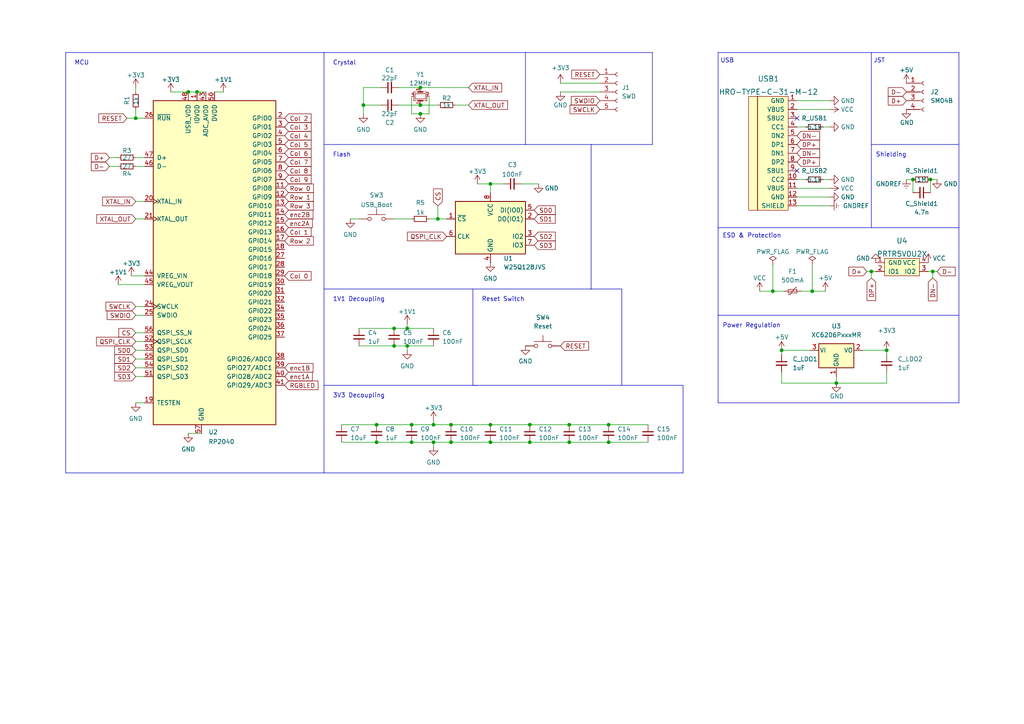
<source format=kicad_sch>
(kicad_sch (version 20230121) (generator eeschema)
  (paper "A4")
  (lib_symbols
    (symbol "Connector:Conn_01x04_Female" (pin_names (offset 1.016) hide)
      (property "Reference" "J" (at 0 5.08 0))
      (property "Value" "Conn_01x04_Female" (at 0 -7.62 0))
      (symbol "Conn_01x04_Female_1_1"
        (arc (start 0 -4.572) (mid -0.5058 -5.08) (end 0 -5.588) (stroke (width 0.1524)))
        (arc (start 0 -2.032) (mid -0.5058 -2.54) (end 0 -3.048) (stroke (width 0.1524)))
        (polyline (pts (xy -1.27 -5.08) (xy -0.508 -5.08)) (stroke (width 0.1524)))
        (polyline (pts (xy -1.27 -2.54) (xy -0.508 -2.54)) (stroke (width 0.1524)))
        (polyline (pts (xy -1.27 0) (xy -0.508 0)) (stroke (width 0.1524)))
        (polyline (pts (xy -1.27 2.54) (xy -0.508 2.54)) (stroke (width 0.1524)))
        (arc (start 0 0.508) (mid -0.5058 0) (end 0 -0.508) (stroke (width 0.1524)))
        (arc (start 0 3.048) (mid -0.5058 2.54) (end 0 2.032) (stroke (width 0.1524)))
        (pin passive line (at -5.08 2.54 0) (length 3.81) (name "Pin_1") (number "1"))
        (pin passive line (at -5.08 0 0) (length 3.81) (name "Pin_2") (number "2"))
        (pin passive line (at -5.08 -2.54 0) (length 3.81) (name "Pin_3") (number "3"))
        (pin passive line (at -5.08 -5.08 0) (length 3.81) (name "Pin_4") (number "4"))
      )
    )
    (symbol "Connector:Conn_01x05_Female" (pin_names (offset 1.016) hide)
      (property "Reference" "J" (at 0 7.62 0))
      (property "Value" "Conn_01x05_Female" (at 0 -7.62 0))
      (symbol "Conn_01x05_Female_1_1"
        (arc (start 0 -4.572) (mid -0.5058 -5.08) (end 0 -5.588) (stroke (width 0.1524)))
        (arc (start 0 -2.032) (mid -0.5058 -2.54) (end 0 -3.048) (stroke (width 0.1524)))
        (polyline (pts (xy -1.27 -5.08) (xy -0.508 -5.08)) (stroke (width 0.1524)))
        (polyline (pts (xy -1.27 -2.54) (xy -0.508 -2.54)) (stroke (width 0.1524)))
        (polyline (pts (xy -1.27 0) (xy -0.508 0)) (stroke (width 0.1524)))
        (polyline (pts (xy -1.27 2.54) (xy -0.508 2.54)) (stroke (width 0.1524)))
        (polyline (pts (xy -1.27 5.08) (xy -0.508 5.08)) (stroke (width 0.1524)))
        (arc (start 0 0.508) (mid -0.5058 0) (end 0 -0.508) (stroke (width 0.1524)))
        (arc (start 0 3.048) (mid -0.5058 2.54) (end 0 2.032) (stroke (width 0.1524)))
        (arc (start 0 5.588) (mid -0.5058 5.08) (end 0 4.572) (stroke (width 0.1524)))
        (pin passive line (at -5.08 5.08 0) (length 3.81) (name "Pin_1") (number "1"))
        (pin passive line (at -5.08 2.54 0) (length 3.81) (name "Pin_2") (number "2"))
        (pin passive line (at -5.08 0 0) (length 3.81) (name "Pin_3") (number "3"))
        (pin passive line (at -5.08 -2.54 0) (length 3.81) (name "Pin_4") (number "4"))
        (pin passive line (at -5.08 -5.08 0) (length 3.81) (name "Pin_5") (number "5"))
      )
    )
    (symbol "Device:C_Small" (pin_numbers hide) (pin_names (offset 0.254) hide)
      (property "Reference" "C" (at 0.254 1.778 0))
      (property "Value" "C_Small" (at 0.254 -2.032 0))
      (symbol "C_Small_0_1"
        (polyline (pts (xy -1.524 -0.508) (xy 1.524 -0.508)) (stroke (width 0.3302)))
        (polyline (pts (xy -1.524 0.508) (xy 1.524 0.508)) (stroke (width 0.3048)))
      )
      (symbol "C_Small_1_1"
        (pin passive line (at 0 2.54 270) (length 2.032) (name "~") (number "1"))
        (pin passive line (at 0 -2.54 90) (length 2.032) (name "~") (number "2"))
      )
    )
    (symbol "Device:Crystal_GND24_Small" (pin_names (offset 1.016) hide)
      (property "Reference" "Y" (at 1.27 4.445 0))
      (property "Value" "Crystal_GND24_Small" (at 1.27 2.54 0))
      (symbol "Crystal_GND24_Small_0_1"
        (rectangle (start -0.762 -1.524) (end 0.762 1.524))
        (polyline (pts (xy -1.27 -0.762) (xy -1.27 0.762)) (stroke (width 0.381)))
        (polyline (pts (xy 1.27 -0.762) (xy 1.27 0.762)) (stroke (width 0.381)))
        (polyline (pts (xy -1.27 -1.27) (xy -1.27 -1.905) (xy 1.27 -1.905) (xy 1.27 -1.27)))
        (polyline (pts (xy -1.27 1.27) (xy -1.27 1.905) (xy 1.27 1.905) (xy 1.27 1.27)))
      )
      (symbol "Crystal_GND24_Small_1_1"
        (pin passive line (at -2.54 0 0) (length 1.27) (name "1") (number "1"))
        (pin passive line (at 0 -2.54 90) (length 0.635) (name "2") (number "2"))
        (pin passive line (at 2.54 0 180) (length 1.27) (name "3") (number "3"))
        (pin passive line (at 0 2.54 270) (length 0.635) (name "4") (number "4"))
      )
    )
    (symbol "Device:Polyfuse_Small" (pin_numbers hide) (pin_names (offset 0))
      (property "Reference" "F" (at -1.905 0 90))
      (property "Value" "Polyfuse_Small" (at 1.905 0 90))
      (symbol "Polyfuse_Small_0_1"
        (rectangle (start -0.508 1.27) (end 0.508 -1.27))
        (polyline (pts (xy 0 2.54) (xy 0 -2.54)))
        (polyline (pts (xy -1.016 1.27) (xy -1.016 0.762) (xy 1.016 -0.762) (xy 1.016 -1.27)))
      )
      (symbol "Polyfuse_Small_1_1"
        (pin passive line (at 0 2.54 270) (length 0.635) (name "~") (number "1"))
        (pin passive line (at 0 -2.54 90) (length 0.635) (name "~") (number "2"))
      )
    )
    (symbol "Device:R_Small" (pin_numbers hide) (pin_names (offset 0.254) hide)
      (property "Reference" "R" (at 0.762 0.508 0))
      (property "Value" "R_Small" (at 0.762 -1.016 0))
      (symbol "R_Small_0_1"
        (rectangle (start -0.762 1.778) (end 0.762 -1.778) (stroke (width 0.2032)))
      )
      (symbol "R_Small_1_1"
        (pin passive line (at 0 2.54 270) (length 0.762) (name "~") (number "1"))
        (pin passive line (at 0 -2.54 90) (length 0.762) (name "~") (number "2"))
      )
    )
    (symbol "Memory_Flash:W25Q128JVS"
      (property "Reference" "U" (at -8.89 8.89 0))
      (property "Value" "W25Q128JVS" (at 7.62 8.89 0))
      (symbol "W25Q128JVS_0_1"
        (rectangle (start -10.16 7.62) (end 10.16 -7.62) (stroke (width 0.254)) (fill (type background)))
      )
      (symbol "W25Q128JVS_1_1"
        (pin input line (at -12.7 2.54 0) (length 2.54) (name "~{CS}") (number "1"))
        (pin bidirectional line (at 12.7 2.54 180) (length 2.54) (name "DO(IO1)") (number "2"))
        (pin bidirectional line (at 12.7 -2.54 180) (length 2.54) (name "IO2") (number "3"))
        (pin power_in line (at 0 -10.16 90) (length 2.54) (name "GND") (number "4"))
        (pin bidirectional line (at 12.7 5.08 180) (length 2.54) (name "DI(IO0)") (number "5"))
        (pin input line (at -12.7 -2.54 0) (length 2.54) (name "CLK") (number "6"))
        (pin bidirectional line (at 12.7 -5.08 180) (length 2.54) (name "IO3") (number "7"))
        (pin power_in line (at 0 10.16 270) (length 2.54) (name "VCC") (number "8"))
      )
    )
    (symbol "Regulator_Linear:XC6206PxxxMR" (pin_names (offset 0.254))
      (property "Reference" "U" (at -3.81 3.175 0))
      (property "Value" "XC6206PxxxMR" (at 0 3.175 0))
      (symbol "XC6206PxxxMR_0_1"
        (rectangle (start -5.08 1.905) (end 5.08 -5.08) (stroke (width 0.254)) (fill (type background)))
      )
      (symbol "XC6206PxxxMR_1_1"
        (pin power_in line (at 0 -7.62 90) (length 2.54) (name "GND") (number "1"))
        (pin power_out line (at 7.62 0 180) (length 2.54) (name "VO") (number "2"))
        (pin power_in line (at -7.62 0 0) (length 2.54) (name "VI") (number "3"))
      )
    )
    (symbol "Switch:SW_Push" (pin_numbers hide) (pin_names (offset 1.016) hide)
      (property "Reference" "SW" (at 1.27 2.54 0))
      (property "Value" "SW_Push" (at 0 -1.524 0))
      (symbol "SW_Push_0_1"
        (circle (center -2.032 0) (radius 0.508))
        (polyline (pts (xy 0 1.27) (xy 0 3.048)))
        (polyline (pts (xy 2.54 1.27) (xy -2.54 1.27)))
        (circle (center 2.032 0) (radius 0.508))
        (pin passive line (at -5.08 0 0) (length 2.54) (name "1") (number "1"))
        (pin passive line (at 5.08 0 180) (length 2.54) (name "2") (number "2"))
      )
    )
    (symbol "cipulot_parts:HRO-TYPE-C-31-M-12" (pin_names (offset 1.016))
      (property "Reference" "USB" (at -5.08 16.51 0))
      (property "Value" "HRO-TYPE-C-31-M-12" (at -10.16 -1.27 90))
      (symbol "HRO-TYPE-C-31-M-12_0_1"
        (rectangle (start -11.43 15.24) (end -8.89 -17.78) (fill (type background)))
        (rectangle (start 0 -17.78) (end -8.89 15.24) (fill (type background)))
      )
      (symbol "HRO-TYPE-C-31-M-12_1_1"
        (pin input line (at 2.54 13.97 180) (length 2.54) (name "GND") (number "1"))
        (pin input line (at 2.54 -8.89 180) (length 2.54) (name "CC2") (number "10"))
        (pin input line (at 2.54 -11.43 180) (length 2.54) (name "VBUS") (number "11"))
        (pin input line (at 2.54 -13.97 180) (length 2.54) (name "GND") (number "12"))
        (pin input line (at 2.54 -16.51 180) (length 2.54) (name "SHIELD") (number "13"))
        (pin input line (at 2.54 11.43 180) (length 2.54) (name "VBUS") (number "2"))
        (pin input line (at 2.54 8.89 180) (length 2.54) (name "SBU2") (number "3"))
        (pin input line (at 2.54 6.35 180) (length 2.54) (name "CC1") (number "4"))
        (pin input line (at 2.54 3.81 180) (length 2.54) (name "DN2") (number "5"))
        (pin input line (at 2.54 1.27 180) (length 2.54) (name "DP1") (number "6"))
        (pin input line (at 2.54 -1.27 180) (length 2.54) (name "DN1") (number "7"))
        (pin input line (at 2.54 -3.81 180) (length 2.54) (name "DP2") (number "8"))
        (pin input line (at 2.54 -6.35 180) (length 2.54) (name "SBU1") (number "9"))
      )
    )
    (symbol "cipulot_parts:PRTR5V0U2X" (pin_names (offset 1.016))
      (property "Reference" "U" (at 0 3.81 0))
      (property "Value" "PRTR5V0U2X" (at 0 -3.81 0))
      (symbol "PRTR5V0U2X_0_1"
        (rectangle (start -5.08 2.54) (end 5.08 -2.54) (fill (type background)))
      )
      (symbol "PRTR5V0U2X_1_1"
        (pin input line (at -7.62 1.27 0) (length 2.54) (name "GND") (number "1"))
        (pin input line (at -7.62 -1.27 0) (length 2.54) (name "IO1") (number "2"))
        (pin input line (at 7.62 -1.27 180) (length 2.54) (name "IO2") (number "3"))
        (pin input line (at 7.62 1.27 180) (length 2.54) (name "VCC") (number "4"))
      )
    )
    (symbol "cipulot_parts_kicad:RP2040" (pin_names (offset 1.016))
      (property "Reference" "U" (at 8.89 51.435 0))
      (property "Value" "RP2040" (at 8.89 48.895 0))
      (symbol "RP2040_0_0"
        (rectangle (start -17.78 -45.72) (end 17.78 48.26) (stroke (width 0.254)) (fill (type background)))
      )
      (symbol "RP2040_1_1"
        (pin power_in line (at -5.08 50.8 270) (length 2.54) (name "IOVDD") (number "1"))
        (pin power_in line (at -5.08 50.8 270) (length 2.54) hide (name "IOVDD") (number "10"))
        (pin input line (at 20.32 22.86 180) (length 2.54) (name "GPIO8") (number "11"))
        (pin input line (at 20.32 20.32 180) (length 2.54) (name "GPIO9") (number "12"))
        (pin input line (at 20.32 17.78 180) (length 2.54) (name "GPIO10") (number "13"))
        (pin input line (at 20.32 15.24 180) (length 2.54) (name "GPIO11") (number "14"))
        (pin input line (at 20.32 12.7 180) (length 2.54) (name "GPIO12") (number "15"))
        (pin input line (at 20.32 10.16 180) (length 2.54) (name "GPIO13") (number "16"))
        (pin input line (at 20.32 7.62 180) (length 2.54) (name "GPIO14") (number "17"))
        (pin input line (at 20.32 5.08 180) (length 2.54) (name "GPIO15") (number "18"))
        (pin input line (at -20.32 -39.37 0) (length 2.54) (name "TESTEN") (number "19"))
        (pin input line (at 20.32 43.18 180) (length 2.54) (name "GPIO0") (number "2"))
        (pin input clock (at -20.32 19.05 0) (length 2.54) (name "XTAL_IN") (number "20"))
        (pin input clock (at -20.32 13.97 0) (length 2.54) (name "XTAL_OUT") (number "21"))
        (pin power_in line (at -5.08 50.8 270) (length 2.54) hide (name "IOVDD") (number "22"))
        (pin power_in line (at 0 50.8 270) (length 2.54) hide (name "DVDD") (number "23"))
        (pin input clock (at -20.32 -11.43 0) (length 2.54) (name "SWCLK") (number "24"))
        (pin bidirectional line (at -20.32 -13.97 0) (length 2.54) (name "SWDIO") (number "25"))
        (pin input line (at -20.32 43.18 0) (length 2.54) (name "~{RUN}") (number "26"))
        (pin input line (at 20.32 2.54 180) (length 2.54) (name "GPIO16") (number "27"))
        (pin input line (at 20.32 0 180) (length 2.54) (name "GPIO17") (number "28"))
        (pin input line (at 20.32 -2.54 180) (length 2.54) (name "GPIO18") (number "29"))
        (pin input line (at 20.32 40.64 180) (length 2.54) (name "GPIO1") (number "3"))
        (pin input line (at 20.32 -5.08 180) (length 2.54) (name "GPIO19") (number "30"))
        (pin input line (at 20.32 -7.62 180) (length 2.54) (name "GPIO20") (number "31"))
        (pin input line (at 20.32 -10.16 180) (length 2.54) (name "GPIO21") (number "32"))
        (pin power_in line (at -5.08 50.8 270) (length 2.54) hide (name "IOVDD") (number "33"))
        (pin input line (at 20.32 -12.7 180) (length 2.54) (name "GPIO22") (number "34"))
        (pin input line (at 20.32 -15.24 180) (length 2.54) (name "GPIO23") (number "35"))
        (pin input line (at 20.32 -17.78 180) (length 2.54) (name "GPIO24") (number "36"))
        (pin input line (at 20.32 -20.32 180) (length 2.54) (name "GPIO25") (number "37"))
        (pin input line (at 20.32 -26.67 180) (length 2.54) (name "GPIO26/ADC0") (number "38"))
        (pin input line (at 20.32 -29.21 180) (length 2.54) (name "GPIO27/ADC1") (number "39"))
        (pin input line (at 20.32 38.1 180) (length 2.54) (name "GPIO2") (number "4"))
        (pin input line (at 20.32 -31.75 180) (length 2.54) (name "GPIO28/ADC2") (number "40"))
        (pin input line (at 20.32 -34.29 180) (length 2.54) (name "GPIO29/ADC3") (number "41"))
        (pin power_in line (at -5.08 50.8 270) (length 2.54) hide (name "IOVDD") (number "42"))
        (pin power_in line (at -2.54 50.8 270) (length 2.54) (name "ADC_AVDD") (number "43"))
        (pin power_in line (at -20.32 -2.54 0) (length 2.54) (name "VREG_VIN") (number "44"))
        (pin power_out line (at -20.32 -5.08 0) (length 2.54) (name "VREG_VOUT") (number "45"))
        (pin bidirectional line (at -20.32 29.21 0) (length 2.54) (name "D-") (number "46"))
        (pin bidirectional line (at -20.32 31.75 0) (length 2.54) (name "D+") (number "47"))
        (pin power_in line (at -7.62 50.8 270) (length 2.54) (name "USB_VDD") (number "48"))
        (pin power_in line (at -5.08 50.8 270) (length 2.54) hide (name "IOVDD") (number "49"))
        (pin input line (at 20.32 35.56 180) (length 2.54) (name "GPIO3") (number "5"))
        (pin power_in line (at 0 50.8 270) (length 2.54) (name "DVDD") (number "50"))
        (pin bidirectional line (at -20.32 -31.75 0) (length 2.54) (name "QSPI_SD3") (number "51"))
        (pin input clock (at -20.32 -21.59 0) (length 2.54) (name "QSPI_SCLK") (number "52"))
        (pin bidirectional line (at -20.32 -24.13 0) (length 2.54) (name "QSPI_SD0") (number "53"))
        (pin bidirectional line (at -20.32 -29.21 0) (length 2.54) (name "QSPI_SD2") (number "54"))
        (pin bidirectional line (at -20.32 -26.67 0) (length 2.54) (name "QSPI_SD1") (number "55"))
        (pin bidirectional line (at -20.32 -19.05 0) (length 2.54) (name "QSPI_SS_N") (number "56"))
        (pin power_in line (at -3.81 -48.26 90) (length 2.54) (name "GND") (number "57"))
        (pin input line (at 20.32 33.02 180) (length 2.54) (name "GPIO4") (number "6"))
        (pin input line (at 20.32 30.48 180) (length 2.54) (name "GPIO5") (number "7"))
        (pin input line (at 20.32 27.94 180) (length 2.54) (name "GPIO6") (number "8"))
        (pin input line (at 20.32 25.4 180) (length 2.54) (name "GPIO7") (number "9"))
      )
    )
    (symbol "power:+1V1" (power) (pin_names (offset 0))
      (property "Value" "+1V1" (at 0 3.556 0))
      (symbol "+1V1_0_1"
        (polyline (pts (xy -0.762 1.27) (xy 0 2.54)))
        (polyline (pts (xy 0 0) (xy 0 2.54)))
        (polyline (pts (xy 0 2.54) (xy 0.762 1.27)))
      )
      (symbol "+1V1_1_1"
        (pin power_in line (at 0 0 90) (length 0) hide (name "+1V1") (number "1"))
      )
    )
    (symbol "power:+3V3" (power) (pin_names (offset 0))
      (property "Value" "+3V3" (at 0 3.556 0))
      (symbol "+3V3_0_1"
        (polyline (pts (xy -0.762 1.27) (xy 0 2.54)))
        (polyline (pts (xy 0 0) (xy 0 2.54)))
        (polyline (pts (xy 0 2.54) (xy 0.762 1.27)))
      )
      (symbol "+3V3_1_1"
        (pin power_in line (at 0 0 90) (length 0) hide (name "+3V3") (number "1"))
      )
    )
    (symbol "power:+5V" (power) (pin_names (offset 0))
      (property "Value" "+5V" (at 0 3.556 0))
      (symbol "+5V_0_1"
        (polyline (pts (xy -0.762 1.27) (xy 0 2.54)))
        (polyline (pts (xy 0 0) (xy 0 2.54)))
        (polyline (pts (xy 0 2.54) (xy 0.762 1.27)))
      )
      (symbol "+5V_1_1"
        (pin power_in line (at 0 0 90) (length 0) hide (name "+5V") (number "1"))
      )
    )
    (symbol "power:GND" (power) (pin_names (offset 0))
      (property "Value" "GND" (at 0 -3.81 0))
      (symbol "GND_0_1"
        (polyline (pts (xy 0 0) (xy 0 -1.27) (xy 1.27 -1.27) (xy 0 -2.54) (xy -1.27 -1.27) (xy 0 -1.27)))
      )
      (symbol "GND_1_1"
        (pin power_in line (at 0 0 270) (length 0) hide (name "GND") (number "1"))
      )
    )
    (symbol "power:GNDREF" (power) (pin_names (offset 0))
      (property "Value" "GNDREF" (at 0 -3.81 0))
      (symbol "GNDREF_0_1"
        (polyline (pts (xy -0.635 -1.905) (xy 0.635 -1.905)))
        (polyline (pts (xy -0.127 -2.54) (xy 0.127 -2.54)))
        (polyline (pts (xy 0 -1.27) (xy 0 0)))
        (polyline (pts (xy 1.27 -1.27) (xy -1.27 -1.27)))
      )
      (symbol "GNDREF_1_1"
        (pin power_in line (at 0 0 270) (length 0) hide (name "GNDREF") (number "1"))
      )
    )
    (symbol "power:PWR_FLAG" (power) (pin_numbers hide) (pin_names (offset 0) hide)
      (property "Value" "PWR_FLAG" (at 0 3.81 0))
      (symbol "PWR_FLAG_0_0"
        (pin power_out line (at 0 0 90) (length 0) (name "pwr") (number "1"))
      )
      (symbol "PWR_FLAG_0_1"
        (polyline (pts (xy 0 0) (xy 0 1.27) (xy -1.016 1.905) (xy 0 2.54) (xy 1.016 1.905) (xy 0 1.27)))
      )
    )
    (symbol "power:VCC" (power) (pin_names (offset 0))
      (property "Value" "VCC" (at 0 3.81 0))
      (symbol "VCC_0_1"
        (polyline (pts (xy -0.762 1.27) (xy 0 2.54)))
        (polyline (pts (xy 0 0) (xy 0 2.54)))
        (polyline (pts (xy 0 2.54) (xy 0.762 1.27)))
      )
      (symbol "VCC_1_1"
        (pin power_in line (at 0 0 90) (length 0) hide (name "VCC") (number "1"))
      )
    )
  )
  (junction (at 54.61 26.67))
  (junction (at 121.92 30.48))
  (junction (at 57.15 26.67))
  (junction (at 176.53 123.19))
  (junction (at 142.24 128.27))
  (junction (at 270.51 78.74))
  (junction (at 125.73 123.19))
  (junction (at 142.24 53.34))
  (junction (at 153.67 123.19))
  (junction (at 109.22 123.19))
  (junction (at 257.175 101.6))
  (junction (at 264.795 52.07))
  (junction (at 176.53 128.27))
  (junction (at 269.875 52.07))
  (junction (at 121.92 25.4))
  (junction (at 39.37 34.29))
  (junction (at 252.73 78.74))
  (junction (at 130.81 128.27))
  (junction (at 125.73 128.27))
  (junction (at 109.22 128.27))
  (junction (at 114.3 100.33))
  (junction (at 224.155 84.455))
  (junction (at 130.81 123.19))
  (junction (at 165.1 128.27))
  (junction (at 105.41 30.48))
  (junction (at 242.57 111.125))
  (junction (at 165.1 123.19))
  (junction (at 118.11 100.33))
  (junction (at 119.38 123.19))
  (junction (at 127 63.5))
  (junction (at 119.38 128.27))
  (junction (at 118.11 95.25))
  (junction (at 114.3 95.25))
  (junction (at 142.24 123.19))
  (junction (at 235.585 84.455))
  (junction (at 153.67 128.27))
  (junction (at 121.92 33.02))
  (junction (at 226.695 101.6))
  (no_connect (at 231.14 34.29))
  (no_connect (at 231.14 49.53))
  (wire (pts (xy 132.08 30.48) (xy 135.89 30.48)))
  (wire (pts (xy 142.24 53.34) (xy 142.24 55.88)))
  (polyline (pts (xy 180.34 83.82) (xy 180.34 111.76)))
  (wire (pts (xy 109.22 128.27) (xy 119.38 128.27)))
  (wire (pts (xy 119.38 27.94) (xy 119.38 33.02)))
  (wire (pts (xy 125.73 128.27) (xy 130.81 128.27)))
  (polyline (pts (xy 252.73 41.91) (xy 278.13 41.91)))
  (wire (pts (xy 153.67 123.19) (xy 165.1 123.19)))
  (wire (pts (xy 105.41 30.48) (xy 110.49 30.48)))
  (wire (pts (xy 231.14 54.61) (xy 240.665 54.61)))
  (wire (pts (xy 31.75 48.26) (xy 34.29 48.26)))
  (wire (pts (xy 39.37 99.06) (xy 41.91 99.06)))
  (wire (pts (xy 125.73 128.27) (xy 125.73 129.54)))
  (polyline (pts (xy 208.28 15.24) (xy 208.28 66.04)))
  (polyline (pts (xy 208.28 91.44) (xy 278.13 91.44)))
  (polyline (pts (xy 278.13 66.04) (xy 278.13 116.84)))
  (polyline (pts (xy 93.98 137.16) (xy 93.98 15.24)))
  (polyline (pts (xy 152.4 15.24) (xy 189.23 15.24)))
  (wire (pts (xy 110.49 25.4) (xy 105.41 25.4)))
  (wire (pts (xy 104.14 100.33) (xy 114.3 100.33)))
  (wire (pts (xy 231.14 57.15) (xy 240.665 57.15)))
  (wire (pts (xy 130.81 128.27) (xy 142.24 128.27)))
  (wire (pts (xy 162.56 26.67) (xy 173.99 26.67)))
  (wire (pts (xy 34.29 82.55) (xy 41.91 82.55)))
  (wire (pts (xy 146.05 53.34) (xy 142.24 53.34)))
  (wire (pts (xy 36.83 34.29) (xy 39.37 34.29)))
  (wire (pts (xy 39.37 116.84) (xy 41.91 116.84)))
  (wire (pts (xy 114.3 100.33) (xy 118.11 100.33)))
  (wire (pts (xy 226.695 107.95) (xy 226.695 111.125)))
  (polyline (pts (xy 19.05 137.16) (xy 93.98 137.16)))
  (wire (pts (xy 121.92 25.4) (xy 135.89 25.4)))
  (wire (pts (xy 224.155 84.455) (xy 227.33 84.455)))
  (wire (pts (xy 115.57 30.48) (xy 121.92 30.48)))
  (polyline (pts (xy 278.13 15.24) (xy 278.13 66.04)))
  (polyline (pts (xy 208.28 15.24) (xy 278.13 15.24)))
  (polyline (pts (xy 171.45 83.82) (xy 180.34 83.82)))
  (wire (pts (xy 99.06 128.27) (xy 109.22 128.27)))
  (wire (pts (xy 176.53 123.19) (xy 187.96 123.19)))
  (wire (pts (xy 165.1 128.27) (xy 176.53 128.27)))
  (wire (pts (xy 39.37 25.4) (xy 39.37 26.67)))
  (wire (pts (xy 118.11 95.25) (xy 125.73 95.25)))
  (wire (pts (xy 57.15 26.67) (xy 54.61 26.67)))
  (wire (pts (xy 262.89 52.07) (xy 264.795 52.07)))
  (wire (pts (xy 39.37 101.6) (xy 41.91 101.6)))
  (wire (pts (xy 238.76 52.07) (xy 240.665 52.07)))
  (polyline (pts (xy 252.73 15.24) (xy 252.73 66.04)))
  (polyline (pts (xy 137.16 111.76) (xy 138.43 111.76)))
  (wire (pts (xy 39.37 48.26) (xy 41.91 48.26)))
  (wire (pts (xy 252.73 78.74) (xy 254 78.74)))
  (wire (pts (xy 165.1 123.19) (xy 176.53 123.19)))
  (polyline (pts (xy 93.98 83.82) (xy 171.45 83.82)))
  (wire (pts (xy 220.345 84.455) (xy 224.155 84.455)))
  (polyline (pts (xy 198.12 111.76) (xy 93.98 111.76)))
  (wire (pts (xy 62.23 26.67) (xy 64.77 26.67)))
  (wire (pts (xy 252.73 78.74) (xy 252.73 80.645)))
  (polyline (pts (xy 171.45 83.82) (xy 171.45 41.91)))
  (wire (pts (xy 231.14 29.21) (xy 240.665 29.21)))
  (polyline (pts (xy 152.4 15.24) (xy 152.4 41.91)))
  (wire (pts (xy 250.19 101.6) (xy 257.175 101.6)))
  (wire (pts (xy 39.37 109.22) (xy 41.91 109.22)))
  (wire (pts (xy 104.14 95.25) (xy 114.3 95.25)))
  (wire (pts (xy 257.175 111.125) (xy 257.175 107.95)))
  (wire (pts (xy 231.14 52.07) (xy 233.68 52.07)))
  (wire (pts (xy 142.24 128.27) (xy 153.67 128.27)))
  (wire (pts (xy 130.81 123.19) (xy 142.24 123.19)))
  (wire (pts (xy 124.46 27.94) (xy 124.46 33.02)))
  (wire (pts (xy 39.37 58.42) (xy 41.91 58.42)))
  (wire (pts (xy 39.37 34.29) (xy 41.91 34.29)))
  (wire (pts (xy 235.585 76.835) (xy 235.585 84.455)))
  (wire (pts (xy 226.695 101.6) (xy 226.695 102.87)))
  (polyline (pts (xy 93.98 15.24) (xy 19.05 15.24)))
  (wire (pts (xy 99.06 123.19) (xy 109.22 123.19)))
  (wire (pts (xy 224.155 76.835) (xy 224.155 84.455)))
  (wire (pts (xy 118.11 100.33) (xy 118.11 101.6)))
  (wire (pts (xy 264.795 52.07) (xy 264.795 55.88)))
  (wire (pts (xy 119.38 33.02) (xy 121.92 33.02)))
  (wire (pts (xy 54.61 26.67) (xy 49.53 26.67)))
  (wire (pts (xy 125.73 123.19) (xy 130.81 123.19)))
  (wire (pts (xy 39.37 88.9) (xy 41.91 88.9)))
  (wire (pts (xy 119.38 123.19) (xy 125.73 123.19)))
  (wire (pts (xy 39.37 63.5) (xy 41.91 63.5)))
  (wire (pts (xy 109.22 123.19) (xy 119.38 123.19)))
  (wire (pts (xy 231.14 31.75) (xy 240.665 31.75)))
  (polyline (pts (xy 189.23 41.91) (xy 171.45 41.91)))
  (wire (pts (xy 257.175 101.6) (xy 257.175 102.87)))
  (wire (pts (xy 39.37 31.75) (xy 39.37 34.29)))
  (wire (pts (xy 251.46 78.74) (xy 252.73 78.74)))
  (wire (pts (xy 115.57 25.4) (xy 121.92 25.4)))
  (polyline (pts (xy 278.13 66.04) (xy 208.28 66.04)))
  (polyline (pts (xy 93.98 41.91) (xy 152.4 41.91)))
  (wire (pts (xy 39.37 96.52) (xy 41.91 96.52)))
  (wire (pts (xy 162.56 24.13) (xy 173.99 24.13)))
  (polyline (pts (xy 93.98 137.16) (xy 198.12 137.16)))
  (wire (pts (xy 235.585 84.455) (xy 239.395 84.455)))
  (wire (pts (xy 176.53 128.27) (xy 187.96 128.27)))
  (wire (pts (xy 232.41 84.455) (xy 235.585 84.455)))
  (wire (pts (xy 231.14 59.69) (xy 240.665 59.69)))
  (wire (pts (xy 114.3 63.5) (xy 119.38 63.5)))
  (wire (pts (xy 270.51 78.74) (xy 270.51 80.645)))
  (wire (pts (xy 114.3 95.25) (xy 118.11 95.25)))
  (wire (pts (xy 125.73 121.92) (xy 125.73 123.19)))
  (wire (pts (xy 151.13 53.34) (xy 156.21 53.34)))
  (wire (pts (xy 105.41 33.02) (xy 105.41 30.48)))
  (wire (pts (xy 118.11 93.98) (xy 118.11 95.25)))
  (wire (pts (xy 153.67 128.27) (xy 165.1 128.27)))
  (wire (pts (xy 226.695 101.6) (xy 234.95 101.6)))
  (wire (pts (xy 39.37 106.68) (xy 41.91 106.68)))
  (wire (pts (xy 118.11 100.33) (xy 125.73 100.33)))
  (wire (pts (xy 138.43 53.34) (xy 142.24 53.34)))
  (wire (pts (xy 269.875 52.07) (xy 271.78 52.07)))
  (wire (pts (xy 105.41 25.4) (xy 105.41 30.48)))
  (wire (pts (xy 270.51 78.74) (xy 271.78 78.74)))
  (wire (pts (xy 127 63.5) (xy 129.54 63.5)))
  (polyline (pts (xy 208.28 116.84) (xy 208.28 66.04)))
  (polyline (pts (xy 198.12 137.16) (xy 198.12 111.76)))
  (polyline (pts (xy 278.13 116.84) (xy 208.28 116.84)))
  (wire (pts (xy 39.37 45.72) (xy 41.91 45.72)))
  (wire (pts (xy 39.37 91.44) (xy 41.91 91.44)))
  (wire (pts (xy 231.14 36.83) (xy 233.68 36.83)))
  (polyline (pts (xy 137.16 83.82) (xy 137.16 111.76)))
  (polyline (pts (xy 93.98 15.24) (xy 152.4 15.24)))
  (wire (pts (xy 59.69 26.67) (xy 57.15 26.67)))
  (polyline (pts (xy 19.05 15.24) (xy 19.05 137.16)))
  (wire (pts (xy 127 59.69) (xy 127 63.5)))
  (wire (pts (xy 142.24 123.19) (xy 153.67 123.19)))
  (wire (pts (xy 124.46 33.02) (xy 121.92 33.02)))
  (wire (pts (xy 269.24 78.74) (xy 270.51 78.74)))
  (polyline (pts (xy 189.23 15.24) (xy 189.23 41.91)))
  (wire (pts (xy 269.875 52.07) (xy 269.875 55.88)))
  (wire (pts (xy 31.75 45.72) (xy 34.29 45.72)))
  (wire (pts (xy 124.46 63.5) (xy 127 63.5)))
  (wire (pts (xy 226.695 111.125) (xy 242.57 111.125)))
  (wire (pts (xy 242.57 111.125) (xy 257.175 111.125)))
  (wire (pts (xy 101.6 63.5) (xy 104.14 63.5)))
  (wire (pts (xy 238.76 36.83) (xy 240.665 36.83)))
  (wire (pts (xy 121.92 30.48) (xy 127 30.48)))
  (wire (pts (xy 54.61 125.73) (xy 58.42 125.73)))
  (wire (pts (xy 39.37 104.14) (xy 41.91 104.14)))
  (wire (pts (xy 242.57 109.22) (xy 242.57 111.125)))
  (wire (pts (xy 38.1 80.01) (xy 41.91 80.01)))
  (polyline (pts (xy 152.4 41.91) (xy 171.45 41.91)))
  (wire (pts (xy 119.38 128.27) (xy 125.73 128.27)))
  (text "Power Regulation" (at 209.55 95.25 0) (effects (font (size 1.27 1.27)) (justify left bottom)))
  (text "MCU" (at 21.59 19.05 0) (effects (font (size 1.27 1.27)) (justify left bottom)))
  (text "Crystal" (at 96.52 19.05 0) (effects (font (size 1.27 1.27)) (justify left bottom)))
  (text "JST" (at 253.365 18.415 0) (effects (font (size 1.27 1.27)) (justify left bottom)))
  (text "Flash" (at 96.52 45.72 0) (effects (font (size 1.27 1.27)) (justify left bottom)))
  (text "USB\n" (at 208.915 18.415 0) (effects (font (size 1.27 1.27)) (justify left bottom)))
  (text "Reset Switch" (at 139.7 87.63 0) (effects (font (size 1.27 1.27)) (justify left bottom)))
  (text "Shielding\n" (at 254 45.72 0) (effects (font (size 1.27 1.27)) (justify left bottom)))
  (text "ESD & Protection" (at 209.55 69.215 0) (effects (font (size 1.27 1.27)) (justify left bottom)))
  (text "1V1 Decoupling" (at 96.52 87.63 0) (effects (font (size 1.27 1.27)) (justify left bottom)))
  (text "3V3 Decoupling" (at 96.52 115.57 0) (effects (font (size 1.27 1.27)) (justify left bottom)))
  (global_label "Col 8" (shape input) (at 82.55 49.53 0) (property "Intersheetrefs" "${INTERSHEET_REFS}" (effects hide)))
  (global_label "D-" (shape input) (at 271.78 78.74 0) (property "Intersheetrefs" "${INTERSHEET_REFS}" (effects hide)))
  (global_label "Col 1" (shape input) (at 82.55 67.31 0) (property "Intersheetrefs" "${INTERSHEET_REFS}" (effects hide)))
  (global_label "enc2A" (shape input) (at 82.55 64.77 0) (property "Intersheetrefs" "${INTERSHEET_REFS}" (effects hide)))
  (global_label "RESET" (shape input) (at 36.83 34.29 180) (property "Intersheetrefs" "${INTERSHEET_REFS}" (effects hide)))
  (global_label "SD0" (shape input) (at 39.37 101.6 180) (property "Intersheetrefs" "${INTERSHEET_REFS}" (effects hide)))
  (global_label "SD2" (shape input) (at 39.37 106.68 180) (property "Intersheetrefs" "${INTERSHEET_REFS}" (effects hide)))
  (global_label "D-" (shape input) (at 31.75 48.26 180) (property "Intersheetrefs" "${INTERSHEET_REFS}" (effects hide)))
  (global_label "D-" (shape input) (at 262.89 26.67 180) (property "Intersheetrefs" "${INTERSHEET_REFS}" (effects hide)))
  (global_label "RGBLED" (shape input) (at 82.55 111.76 0) (property "Intersheetrefs" "${INTERSHEET_REFS}" (effects hide)))
  (global_label "Col 0" (shape input) (at 82.55 80.01 0) (property "Intersheetrefs" "${INTERSHEET_REFS}" (effects hide)))
  (global_label "D+" (shape input) (at 251.46 78.74 180) (property "Intersheetrefs" "${INTERSHEET_REFS}" (effects hide)))
  (global_label "DP+" (shape input) (at 231.14 41.91 0) (property "Intersheetrefs" "${INTERSHEET_REFS}" (effects hide)))
  (global_label "Row 2" (shape input) (at 82.55 69.85 0) (property "Intersheetrefs" "${INTERSHEET_REFS}" (effects hide)))
  (global_label "XTAL_IN" (shape input) (at 39.37 58.42 180) (property "Intersheetrefs" "${INTERSHEET_REFS}" (effects hide)))
  (global_label "Row 0" (shape input) (at 82.55 54.61 0) (property "Intersheetrefs" "${INTERSHEET_REFS}" (effects hide)))
  (global_label "CS" (shape input) (at 127 59.69 90) (property "Intersheetrefs" "${INTERSHEET_REFS}" (effects hide)))
  (global_label "DN-" (shape input) (at 231.14 44.45 0) (property "Intersheetrefs" "${INTERSHEET_REFS}" (effects hide)))
  (global_label "SWCLK" (shape input) (at 39.37 88.9 180) (property "Intersheetrefs" "${INTERSHEET_REFS}" (effects hide)))
  (global_label "QSPI_CLK" (shape input) (at 39.37 99.06 180) (property "Intersheetrefs" "${INTERSHEET_REFS}" (effects hide)))
  (global_label "Col 5" (shape input) (at 82.55 41.91 0) (property "Intersheetrefs" "${INTERSHEET_REFS}" (effects hide)))
  (global_label "Col 2" (shape input) (at 82.55 34.29 0) (property "Intersheetrefs" "${INTERSHEET_REFS}" (effects hide)))
  (global_label "SD3" (shape input) (at 154.94 71.12 0) (property "Intersheetrefs" "${INTERSHEET_REFS}" (effects hide)))
  (global_label "SD2" (shape input) (at 154.94 68.58 0) (property "Intersheetrefs" "${INTERSHEET_REFS}" (effects hide)))
  (global_label "SWCLK" (shape input) (at 173.99 31.75 180) (property "Intersheetrefs" "${INTERSHEET_REFS}" (effects hide)))
  (global_label "D+" (shape input) (at 262.89 29.21 180) (property "Intersheetrefs" "${INTERSHEET_REFS}" (effects hide)))
  (global_label "SD1" (shape input) (at 154.94 63.5 0) (property "Intersheetrefs" "${INTERSHEET_REFS}" (effects hide)))
  (global_label "Col 9" (shape input) (at 82.55 52.07 0) (property "Intersheetrefs" "${INTERSHEET_REFS}" (effects hide)))
  (global_label "Col 6" (shape input) (at 82.55 44.45 0) (property "Intersheetrefs" "${INTERSHEET_REFS}" (effects hide)))
  (global_label "Col 7" (shape input) (at 82.55 46.99 0) (property "Intersheetrefs" "${INTERSHEET_REFS}" (effects hide)))
  (global_label "Row 3" (shape input) (at 82.55 59.69 0) (property "Intersheetrefs" "${INTERSHEET_REFS}" (effects hide)))
  (global_label "XTAL_OUT" (shape input) (at 39.37 63.5 180) (property "Intersheetrefs" "${INTERSHEET_REFS}" (effects hide)))
  (global_label "D+" (shape input) (at 31.75 45.72 180) (property "Intersheetrefs" "${INTERSHEET_REFS}" (effects hide)))
  (global_label "SD0" (shape input) (at 154.94 60.96 0) (property "Intersheetrefs" "${INTERSHEET_REFS}" (effects hide)))
  (global_label "SWDIO" (shape input) (at 173.99 29.21 180) (property "Intersheetrefs" "${INTERSHEET_REFS}" (effects hide)))
  (global_label "enc1B" (shape input) (at 82.55 106.68 0) (property "Intersheetrefs" "${INTERSHEET_REFS}" (effects hide)))
  (global_label "QSPI_CLK" (shape input) (at 129.54 68.58 180) (property "Intersheetrefs" "${INTERSHEET_REFS}" (effects hide)))
  (global_label "XTAL_IN" (shape input) (at 135.89 25.4 0) (property "Intersheetrefs" "${INTERSHEET_REFS}" (effects hide)))
  (global_label "Row 1" (shape input) (at 82.55 57.15 0) (property "Intersheetrefs" "${INTERSHEET_REFS}" (effects hide)))
  (global_label "enc1A" (shape input) (at 82.55 109.22 0) (property "Intersheetrefs" "${INTERSHEET_REFS}" (effects hide)))
  (global_label "enc2B" (shape input) (at 82.55 62.23 0) (property "Intersheetrefs" "${INTERSHEET_REFS}" (effects hide)))
  (global_label "SD3" (shape input) (at 39.37 109.22 180) (property "Intersheetrefs" "${INTERSHEET_REFS}" (effects hide)))
  (global_label "Col 3" (shape input) (at 82.55 36.83 0) (property "Intersheetrefs" "${INTERSHEET_REFS}" (effects hide)))
  (global_label "DN-" (shape input) (at 231.14 39.37 0) (property "Intersheetrefs" "${INTERSHEET_REFS}" (effects hide)))
  (global_label "RESET" (shape input) (at 162.56 100.33 0) (property "Intersheetrefs" "${INTERSHEET_REFS}" (effects hide)))
  (global_label "Col 4" (shape input) (at 82.55 39.37 0) (property "Intersheetrefs" "${INTERSHEET_REFS}" (effects hide)))
  (global_label "RESET" (shape input) (at 173.99 21.59 180) (property "Intersheetrefs" "${INTERSHEET_REFS}" (effects hide)))
  (global_label "SWDIO" (shape input) (at 39.37 91.44 180) (property "Intersheetrefs" "${INTERSHEET_REFS}" (effects hide)))
  (global_label "CS" (shape input) (at 39.37 96.52 180) (property "Intersheetrefs" "${INTERSHEET_REFS}" (effects hide)))
  (global_label "SD1" (shape input) (at 39.37 104.14 180) (property "Intersheetrefs" "${INTERSHEET_REFS}" (effects hide)))
  (global_label "DP+" (shape input) (at 252.73 80.645 270) (property "Intersheetrefs" "${INTERSHEET_REFS}" (effects hide)))
  (global_label "DP+" (shape input) (at 231.14 46.99 0) (property "Intersheetrefs" "${INTERSHEET_REFS}" (effects hide)))
  (global_label "XTAL_OUT" (shape input) (at 135.89 30.48 0) (property "Intersheetrefs" "${INTERSHEET_REFS}" (effects hide)))
  (global_label "DN-" (shape input) (at 270.51 80.645 270) (property "Intersheetrefs" "${INTERSHEET_REFS}" (effects hide)))
  (symbol (lib_id "power:+3V3") (at 257.175 101.6 0) (unit 1)
    (property "Reference" "#PWR0125" (effects hide))
    (property "Value" "+3V3" (at 257.175 95.885 0))
  )
  (symbol (lib_id "Device:C_Small") (at 226.695 105.41 0) (unit 1)
    (property "Reference" "C_LDO1" (at 229.87 104.1463 0) (effects (justify left)))
    (property "Value" "1uF" (at 229.87 106.6863 0) (effects (justify left)))
    (property "Footprint" "Capacitor_SMD:C_0402_1005Metric" (effects hide))
  )
  (symbol (lib_id "power:+5V") (at 262.89 24.13 0) (unit 1)
    (property "Reference" "#PWR0127" (effects hide))
    (property "Value" "+5V" (at 262.89 20.32 0))
  )
  (symbol (lib_id "Device:C_Small") (at 119.38 125.73 0) (unit 1)
    (property "Reference" "C9" (at 121.92 124.46 0) (effects (justify left)))
    (property "Value" "100nF" (at 121.92 127 0) (effects (justify left)))
    (property "Footprint" "Capacitor_SMD:C_0402_1005Metric" (effects hide))
  )
  (symbol (lib_id "power:GND") (at 240.665 57.15 90) (unit 1)
    (property "Reference" "#PWR0136" (effects hide))
    (property "Value" "GND" (at 243.84 57.1499 90) (effects (justify right)))
  )
  (symbol (lib_id "power:+1V1") (at 64.77 26.67 0) (unit 1)
    (property "Reference" "#PWR0110" (effects hide))
    (property "Value" "+1V1" (at 64.77 23.0655 0))
  )
  (symbol (lib_id "power:GND") (at 242.57 111.125 0) (unit 1)
    (property "Reference" "#PWR0126" (effects hide))
    (property "Value" "GND" (at 240.665 114.935 0) (effects (justify left)))
  )
  (symbol (lib_id "Device:C_Small") (at 125.73 97.79 0) (unit 1)
    (property "Reference" "C6" (at 128.27 96.52 0) (effects (justify left)))
    (property "Value" "100nF" (at 128.27 99.06 0) (effects (justify left)))
    (property "Footprint" "Capacitor_SMD:C_0402_1005Metric" (effects hide))
  )
  (symbol (lib_id "power:GND") (at 121.92 33.02 0) (unit 1)
    (property "Reference" "#PWR0117" (effects hide))
    (property "Value" "GND" (at 121.92 37.5825 0))
  )
  (symbol (lib_id "power:VCC") (at 220.345 84.455 0) (unit 1)
    (property "Reference" "#PWR0143" (effects hide))
    (property "Value" "VCC" (at 220.345 80.645 0))
  )
  (symbol (lib_id "Device:C_Small") (at 257.175 105.41 0) (unit 1)
    (property "Reference" "C_LDO2" (at 260.35 104.1463 0) (effects (justify left)))
    (property "Value" "1uF" (at 260.35 106.6863 0) (effects (justify left)))
    (property "Footprint" "Capacitor_SMD:C_0402_1005Metric" (effects hide))
  )
  (symbol (lib_id "Device:C_Small") (at 113.03 30.48 90) (unit 1)
    (property "Reference" "C2" (at 113.03 35.56 90))
    (property "Value" "22pF" (at 113.03 33.02 90))
    (property "Footprint" "Capacitor_SMD:C_0402_1005Metric" (effects hide))
  )
  (symbol (lib_id "power:GND") (at 54.61 125.73 0) (unit 1)
    (property "Reference" "#PWR0119" (effects hide))
    (property "Value" "GND" (at 54.61 130.2925 0))
  )
  (symbol (lib_id "Device:R_Small") (at 267.335 52.07 90) (unit 1)
    (property "Reference" "R_Shield1" (at 267.335 49.53 90))
    (property "Value" "1M" (at 267.335 52.07 90))
    (property "Footprint" "Resistor_SMD:R_0402_1005Metric" (effects hide))
  )
  (symbol (lib_id "Device:C_Small") (at 113.03 25.4 90) (unit 1)
    (property "Reference" "C1" (at 113.03 20.32 90))
    (property "Value" "22pF" (at 113.0363 22.6465 90))
    (property "Footprint" "Capacitor_SMD:C_0402_1005Metric" (effects hide))
  )
  (symbol (lib_id "Device:C_Small") (at 187.96 125.73 0) (unit 1)
    (property "Reference" "C15" (at 190.5 124.46 0) (effects (justify left)))
    (property "Value" "100nF" (at 190.5 127 0) (effects (justify left)))
    (property "Footprint" "Capacitor_SMD:C_0402_1005Metric" (effects hide))
  )
  (symbol (lib_id "power:GND") (at 240.665 36.83 90) (unit 1)
    (property "Reference" "#PWR0133" (effects hide))
    (property "Value" "GND" (at 243.84 36.8299 90) (effects (justify right)))
  )
  (symbol (lib_id "Device:R_Small") (at 236.22 36.83 90) (unit 1)
    (property "Reference" "R_USB1" (at 236.22 34.29 90))
    (property "Value" "5.1k" (at 236.22 36.83 90))
    (property "Footprint" "Resistor_SMD:R_0402_1005Metric" (effects hide))
  )
  (symbol (lib_id "power:PWR_FLAG") (at 235.585 76.835 0) (unit 1)
    (property "Reference" "#FLG0101" (effects hide))
    (property "Value" "PWR_FLAG" (at 235.585 73.025 0))
  )
  (symbol (lib_id "power:GND") (at 254 76.2 180) (unit 1)
    (property "Reference" "#PWR0144" (effects hide))
    (property "Value" "GND" (at 248.285 74.93 0) (effects (justify right)))
  )
  (symbol (lib_id "Device:R_Small") (at 39.37 29.21 0) (unit 1)
    (property "Reference" "R1" (at 36.83 30.48 90) (effects (justify left)))
    (property "Value" "1k" (at 39.37 30.48 90) (effects (justify left)))
    (property "Footprint" "Resistor_SMD:R_0402_1005Metric" (effects hide))
  )
  (symbol (lib_id "power:GND") (at 240.665 29.21 90) (unit 1)
    (property "Reference" "#PWR0131" (effects hide))
    (property "Value" "GND" (at 243.84 29.2099 90) (effects (justify right)))
  )
  (symbol (lib_id "power:VCC") (at 240.665 31.75 270) (unit 1)
    (property "Reference" "#PWR0132" (effects hide))
    (property "Value" "VCC" (at 243.84 31.7499 90) (effects (justify left)))
  )
  (symbol (lib_id "Connector:Conn_01x04_Female") (at 267.97 26.67 0) (unit 1)
    (property "Reference" "J2" (at 269.875 26.6699 0) (effects (justify left)))
    (property "Value" "SM04B" (at 269.875 29.2099 0) (effects (justify left)))
    (property "Footprint" "Connector_JST:JST_SH_SM04B-SRSS-TB_1x04-1MP_P1.00mm_Horizontal" (effects hide))
  )
  (symbol (lib_id "power:GNDREF") (at 262.89 52.07 0) (unit 1)
    (property "Reference" "#PWR0138" (effects hide))
    (property "Value" "GNDREF" (at 254 53.34 0) (effects (justify left)))
  )
  (symbol (lib_id "power:GND") (at 101.6 63.5 0) (unit 1)
    (property "Reference" "#PWR0108" (effects hide))
    (property "Value" "GND" (at 101.6 68.0625 0))
  )
  (symbol (lib_id "Device:R_Small") (at 36.83 45.72 90) (unit 1)
    (property "Reference" "R3" (at 36.8173 43.6952 90))
    (property "Value" "27" (at 36.83 45.72 90))
    (property "Footprint" "Resistor_SMD:R_0402_1005Metric" (effects hide))
  )
  (symbol (lib_id "power:+1V1") (at 34.29 82.55 0) (unit 1)
    (property "Reference" "#PWR0121" (effects hide))
    (property "Value" "+1V1" (at 34.29 78.9455 0))
  )
  (symbol (lib_id "power:GND") (at 271.78 52.07 0) (unit 1)
    (property "Reference" "#PWR0139" (effects hide))
    (property "Value" "GND" (at 273.685 53.3399 0) (effects (justify left)))
  )
  (symbol (lib_id "Device:C_Small") (at 114.3 97.79 0) (unit 1)
    (property "Reference" "C5" (at 116.84 96.52 0) (effects (justify left)))
    (property "Value" "100nF" (at 116.84 99.06 0) (effects (justify left)))
    (property "Footprint" "Capacitor_SMD:C_0402_1005Metric" (effects hide))
  )
  (symbol (lib_id "power:GND") (at 105.41 33.02 0) (unit 1)
    (property "Reference" "#PWR0118" (effects hide))
    (property "Value" "GND" (at 105.41 37.5825 0))
  )
  (symbol (lib_id "Device:R_Small") (at 36.83 48.26 90) (unit 1)
    (property "Reference" "R4" (at 36.8173 50.4016 90))
    (property "Value" "27" (at 36.83 48.26 90))
    (property "Footprint" "Resistor_SMD:R_0402_1005Metric" (effects hide))
  )
  (symbol (lib_id "Device:C_Small") (at 153.67 125.73 0) (unit 1)
    (property "Reference" "C12" (at 156.21 124.46 0) (effects (justify left)))
    (property "Value" "100nF" (at 156.21 127 0) (effects (justify left)))
    (property "Footprint" "Capacitor_SMD:C_0402_1005Metric" (effects hide))
  )
  (symbol (lib_id "Connector:Conn_01x05_Female") (at 179.07 26.67 0) (unit 1)
    (property "Reference" "J1" (at 180.34 25.3999 0) (effects (justify left)))
    (property "Value" "SWD" (at 180.34 27.9399 0) (effects (justify left)))
    (property "Footprint" "Connector_PinHeader_2.54mm:PinHeader_1x05_P2.54mm_Vertical" (effects hide))
  )
  (symbol (lib_id "power:+3V3") (at 49.53 26.67 0) (unit 1)
    (property "Reference" "#PWR0111" (effects hide))
    (property "Value" "+3V3" (at 49.53 23.0655 0))
  )
  (symbol (lib_id "power:GND") (at 39.37 116.84 0) (unit 1)
    (property "Reference" "#PWR0120" (effects hide))
    (property "Value" "GND" (at 39.37 121.4025 0))
  )
  (symbol (lib_id "power:GND") (at 240.665 52.07 90) (unit 1)
    (property "Reference" "#PWR0135" (effects hide))
    (property "Value" "GND" (at 243.84 52.0699 90) (effects (justify right)))
  )
  (symbol (lib_id "Device:C_Small") (at 109.22 125.73 0) (unit 1)
    (property "Reference" "C8" (at 111.76 124.46 0) (effects (justify left)))
    (property "Value" "1uF" (at 111.76 127 0) (effects (justify left)))
    (property "Footprint" "Capacitor_SMD:C_0402_1005Metric" (effects hide))
  )
  (symbol (lib_id "Device:R_Small") (at 129.54 30.48 90) (unit 1)
    (property "Reference" "R2" (at 129.5289 28.4931 90))
    (property "Value" "1k" (at 129.54 30.48 90))
    (property "Footprint" "Resistor_SMD:R_0402_1005Metric" (effects hide))
  )
  (symbol (lib_id "Device:C_Small") (at 165.1 125.73 0) (unit 1)
    (property "Reference" "C13" (at 167.64 124.46 0) (effects (justify left)))
    (property "Value" "100nF" (at 167.64 127 0) (effects (justify left)))
    (property "Footprint" "Capacitor_SMD:C_0402_1005Metric" (effects hide))
  )
  (symbol (lib_id "power:GND") (at 118.11 101.6 0) (unit 1)
    (property "Reference" "#PWR0105" (effects hide))
    (property "Value" "GND" (at 118.11 106.1625 0))
  )
  (symbol (lib_id "power:+5V") (at 226.695 101.6 0) (unit 1)
    (property "Reference" "#PWR0124" (effects hide))
    (property "Value" "+5V" (at 226.695 97.79 0))
  )
  (symbol (lib_id "power:GNDREF") (at 240.665 59.69 90) (unit 1)
    (property "Reference" "#PWR0137" (effects hide))
    (property "Value" "GNDREF" (at 244.475 59.6899 90) (effects (justify right)))
  )
  (symbol (lib_id "power:+3V3") (at 125.73 121.92 0) (unit 1)
    (property "Reference" "#PWR0104" (effects hide))
    (property "Value" "+3V3" (at 125.73 118.3155 0))
  )
  (symbol (lib_id "cipulot_parts_kicad:RP2040") (at 62.23 77.47 0) (unit 1)
    (property "Reference" "U2" (at 60.4394 125.3395 0) (effects (justify left)))
    (property "Value" "RP2040" (at 60.4394 128.1146 0) (effects (justify left)))
    (property "Footprint" "cipulot_parts:RP2040-QFN-56" (effects hide))
    (property "Datasheet" "https://datasheets.raspberrypi.com/rp2040/rp2040-datasheet.pdf" (effects hide))
  )
  (symbol (lib_id "Device:Polyfuse_Small") (at 229.87 84.455 90) (unit 1)
    (property "Reference" "F1" (at 229.87 78.74 90))
    (property "Value" "500mA" (at 229.87 81.28 90))
    (property "Footprint" "Fuse:Fuse_0805_2012Metric" (effects hide))
  )
  (symbol (lib_id "power:+3V3") (at 138.43 53.34 0) (unit 1)
    (property "Reference" "#PWR0115" (effects hide))
    (property "Value" "+3V3" (at 138.43 49.7355 0))
  )
  (symbol (lib_id "Memory_Flash:W25Q128JVS") (at 142.24 66.04 0) (unit 1)
    (property "Reference" "U1" (at 146.05 74.93 0) (effects (justify left)))
    (property "Value" "W25Q128JVS" (at 146.05 77.47 0) (effects (justify left)))
    (property "Footprint" "Package_SO:SOIC-8_5.23x5.23mm_P1.27mm" (effects hide))
    (property "Datasheet" "http://www.winbond.com/resource-files/w25q128jv_dtr%20revc%2003272018%20plus.pdf" (effects hide))
  )
  (symbol (lib_id "power:VCC") (at 240.665 54.61 270) (unit 1)
    (property "Reference" "#PWR0134" (effects hide))
    (property "Value" "VCC" (at 243.84 54.6099 90) (effects (justify left)))
  )
  (symbol (lib_id "Device:C_Small") (at 148.59 53.34 90) (unit 1)
    (property "Reference" "C3" (at 148.5963 47.8114 90))
    (property "Value" "100nF" (at 148.5963 50.5865 90))
    (property "Footprint" "Capacitor_SMD:C_0402_1005Metric" (effects hide))
  )
  (symbol (lib_id "power:VCC") (at 269.24 76.2 0) (unit 1)
    (property "Reference" "#PWR0140" (effects hide))
    (property "Value" "VCC" (at 270.51 74.93 0) (effects (justify left)))
  )
  (symbol (lib_id "power:GND") (at 152.4 100.33 0) (unit 1)
    (property "Reference" "#PWR0107" (effects hide))
    (property "Value" "GND" (at 152.4 104.775 0))
  )
  (symbol (lib_id "Device:C_Small") (at 104.14 97.79 0) (unit 1)
    (property "Reference" "C4" (at 106.68 96.52 0) (effects (justify left)))
    (property "Value" "1uF" (at 106.68 99.06 0) (effects (justify left)))
    (property "Footprint" "Capacitor_SMD:C_0402_1005Metric" (effects hide))
  )
  (symbol (lib_id "power:GND") (at 142.24 76.2 0) (unit 1)
    (property "Reference" "#PWR0103" (effects hide))
    (property "Value" "GND" (at 142.24 80.7625 0))
  )
  (symbol (lib_id "power:GND") (at 156.21 53.34 0) (unit 1)
    (property "Reference" "#PWR0116" (effects hide))
    (property "Value" "GND" (at 160.02 54.61 0))
  )
  (symbol (lib_id "Device:R_Small") (at 236.22 52.07 90) (unit 1)
    (property "Reference" "R_USB2" (at 236.22 49.53 90))
    (property "Value" "5.1k" (at 236.22 52.07 90))
    (property "Footprint" "Resistor_SMD:R_0402_1005Metric" (effects hide))
  )
  (symbol (lib_id "Device:C_Small") (at 99.06 125.73 0) (unit 1)
    (property "Reference" "C7" (at 101.6 124.46 0) (effects (justify left)))
    (property "Value" "10uF" (at 101.6 127 0) (effects (justify left)))
    (property "Footprint" "Capacitor_SMD:C_0402_1005Metric" (effects hide))
  )
  (symbol (lib_id "Switch:SW_Push") (at 109.22 63.5 0) (unit 1)
    (property "Reference" "SW3" (at 109.22 56.6125 0))
    (property "Value" "USB_Boot" (at 109.22 59.3876 0))
    (property "Footprint" "Connector_PinSocket_2.54mm:PinSocket_1x02_P2.54mm_Vertical" (effects hide))
  )
  (symbol (lib_id "Device:Crystal_GND24_Small") (at 121.92 27.94 90) (unit 1)
    (property "Reference" "Y1" (at 121.92 21.59 90))
    (property "Value" "12MHz" (at 121.92 24.13 90))
    (property "Footprint" "Crystal:Crystal_SMD_3225-4Pin_3.2x2.5mm" (effects hide))
  )
  (symbol (lib_id "power:PWR_FLAG") (at 224.155 76.835 0) (unit 1)
    (property "Reference" "#FLG0102" (effects hide))
    (property "Value" "PWR_FLAG" (at 224.155 73.025 0))
  )
  (symbol (lib_id "power:GND") (at 262.89 31.75 0) (unit 1)
    (property "Reference" "#PWR0123" (effects hide))
    (property "Value" "GND" (at 260.985 35.56 0) (effects (justify left)))
  )
  (symbol (lib_id "power:+3V3") (at 38.1 80.01 0) (unit 1)
    (property "Reference" "#PWR0122" (effects hide))
    (property "Value" "+3V3" (at 38.1 76.4055 0))
  )
  (symbol (lib_id "Device:C_Small") (at 176.53 125.73 0) (unit 1)
    (property "Reference" "C14" (at 179.07 124.46 0) (effects (justify left)))
    (property "Value" "100nF" (at 179.07 127 0) (effects (justify left)))
    (property "Footprint" "Capacitor_SMD:C_0402_1005Metric" (effects hide))
  )
  (symbol (lib_id "Device:R_Small") (at 121.92 63.5 90) (unit 1)
    (property "Reference" "R5" (at 121.92 58.7969 90))
    (property "Value" "1k" (at 121.92 61.572 90))
    (property "Footprint" "Resistor_SMD:R_0402_1005Metric" (effects hide))
  )
  (symbol (lib_id "power:+3V3") (at 162.56 24.13 0) (unit 1)
    (property "Reference" "#PWR0113" (effects hide))
    (property "Value" "+3V3" (at 162.56 19.685 0))
  )
  (symbol (lib_id "cipulot_parts:PRTR5V0U2X") (at 261.62 77.47 0) (unit 1)
    (property "Reference" "U4" (at 261.62 69.85 0) (effects (font (size 1.524 1.524))))
    (property "Value" "PRTR5V0U2X" (at 261.62 73.66 0) (effects (font (size 1.524 1.524))))
    (property "Footprint" "random-keyboard-parts:SOT143B" (effects hide))
  )
  (symbol (lib_id "Regulator_Linear:XC6206PxxxMR") (at 242.57 101.6 0) (unit 1)
    (property "Reference" "U3" (at 242.57 94.615 0))
    (property "Value" "XC6206PxxxMR" (at 242.57 97.155 0))
    (property "Footprint" "Package_TO_SOT_SMD:SOT-23" (effects hide))
    (property "Datasheet" "https://www.torexsemi.com/file/xc6206/XC6206.pdf" (effects hide))
  )
  (symbol (lib_id "power:+5V") (at 239.395 84.455 0) (unit 1)
    (property "Reference" "#PWR0141" (effects hide))
    (property "Value" "+5V" (at 239.395 80.645 0))
  )
  (symbol (lib_id "Device:C_Small") (at 130.81 125.73 0) (unit 1)
    (property "Reference" "C10" (at 133.35 124.46 0) (effects (justify left)))
    (property "Value" "100nF" (at 133.35 127 0) (effects (justify left)))
    (property "Footprint" "Capacitor_SMD:C_0402_1005Metric" (effects hide))
  )
  (symbol (lib_id "Switch:SW_Push") (at 157.48 100.33 0) (unit 1)
    (property "Reference" "SW4" (at 157.48 92.075 0))
    (property "Value" "Reset" (at 157.48 94.615 0))
    (property "Footprint" "Connector_PinSocket_2.54mm:PinSocket_1x02_P2.54mm_Vertical" (effects hide))
  )
  (symbol (lib_id "power:+3V3") (at 39.37 25.4 0) (unit 1)
    (property "Reference" "#PWR0112" (effects hide))
    (property "Value" "+3V3" (at 39.37 21.7955 0))
  )
  (symbol (lib_id "Device:C_Small") (at 267.335 55.88 270) (unit 1)
    (property "Reference" "C_Shield1" (at 267.335 59.055 90))
    (property "Value" "4.7n" (at 267.335 61.595 90))
    (property "Footprint" "Capacitor_SMD:C_0402_1005Metric" (effects hide))
  )
  (symbol (lib_id "power:+1V1") (at 118.11 93.98 0) (unit 1)
    (property "Reference" "#PWR0106" (effects hide))
    (property "Value" "+1V1" (at 118.11 90.3755 0))
  )
  (symbol (lib_id "cipulot_parts:HRO-TYPE-C-31-M-12") (at 228.6 43.18 0) (unit 1)
    (property "Reference" "USB1" (at 222.885 22.86 0) (effects (font (size 1.524 1.524))))
    (property "Value" "HRO-TYPE-C-31-M-12" (at 222.885 26.67 0) (effects (font (size 1.524 1.524))))
    (property "Footprint" "cipulot_parts:HRO-TYPE-C-31-M-12-Assembly" (effects hide))
  )
  (symbol (lib_id "power:GND") (at 162.56 26.67 0) (unit 1)
    (property "Reference" "#PWR0114" (effects hide))
    (property "Value" "GND" (at 162.56 30.48 0))
  )
  (symbol (lib_id "power:GND") (at 125.73 129.54 0) (unit 1)
    (property "Reference" "#PWR0109" (effects hide))
    (property "Value" "GND" (at 125.73 134.1025 0))
  )
  (symbol (lib_id "Device:C_Small") (at 142.24 125.73 0) (unit 1)
    (property "Reference" "C11" (at 144.78 124.46 0) (effects (justify left)))
    (property "Value" "100nF" (at 144.78 127 0) (effects (justify left)))
    (property "Footprint" "Capacitor_SMD:C_0402_1005Metric" (effects hide))
  )
)
</source>
